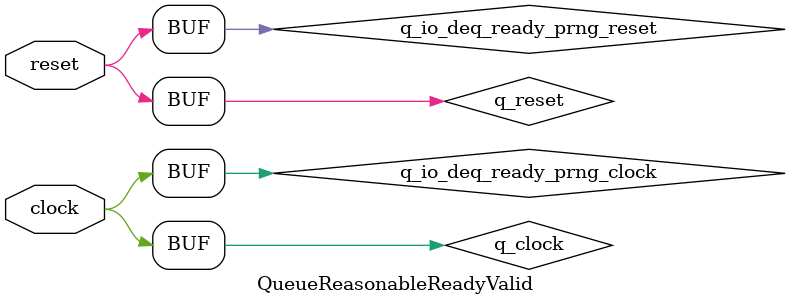
<source format=v>
module Queue(
  input        clock,
  input        reset,
  output       io_enq_ready,
  input        io_enq_valid,
  input        io_deq_ready,
  output       io_deq_valid,
  output [1:0] io_count
);
`ifdef RANDOMIZE_REG_INIT
  reg [31:0] _RAND_0;
  reg [31:0] _RAND_1;
  reg [31:0] _RAND_2;
`endif // RANDOMIZE_REG_INIT
  reg  enq_ptr_value; // @[Counter.scala 62:40]
  reg  deq_ptr_value; // @[Counter.scala 62:40]
  reg  maybe_full; // @[Decoupled.scala 262:27]
  wire  ptr_match = enq_ptr_value == deq_ptr_value; // @[Decoupled.scala 263:33]
  wire  empty = ptr_match & ~maybe_full; // @[Decoupled.scala 264:25]
  wire  full = ptr_match & maybe_full; // @[Decoupled.scala 265:24]
  wire  do_enq = io_enq_ready & io_enq_valid; // @[Decoupled.scala 50:35]
  wire  do_deq = io_deq_ready & io_deq_valid; // @[Decoupled.scala 50:35]
  wire  ptr_diff = enq_ptr_value - deq_ptr_value; // @[Decoupled.scala 312:32]
  wire [1:0] _io_count_T_1 = maybe_full & ptr_match ? 2'h2 : 2'h0; // @[Decoupled.scala 315:20]
  wire [1:0] _GEN_11 = {{1'd0}, ptr_diff}; // @[Decoupled.scala 315:62]
  assign io_enq_ready = ~full; // @[Decoupled.scala 289:19]
  assign io_deq_valid = ~empty; // @[Decoupled.scala 288:19]
  assign io_count = _io_count_T_1 | _GEN_11; // @[Decoupled.scala 315:62]
  always @(posedge clock) begin
    if (reset) begin // @[Counter.scala 62:40]
      enq_ptr_value <= 1'h0; // @[Counter.scala 62:40]
    end else if (do_enq) begin // @[Decoupled.scala 272:16]
      enq_ptr_value <= enq_ptr_value + 1'h1; // @[Counter.scala 78:15]
    end
    if (reset) begin // @[Counter.scala 62:40]
      deq_ptr_value <= 1'h0; // @[Counter.scala 62:40]
    end else if (do_deq) begin // @[Decoupled.scala 276:16]
      deq_ptr_value <= deq_ptr_value + 1'h1; // @[Counter.scala 78:15]
    end
    if (reset) begin // @[Decoupled.scala 262:27]
      maybe_full <= 1'h0; // @[Decoupled.scala 262:27]
    end else if (do_enq != do_deq) begin // @[Decoupled.scala 279:27]
      maybe_full <= do_enq; // @[Decoupled.scala 280:16]
    end
  end
// Register and memory initialization
`ifdef RANDOMIZE_GARBAGE_ASSIGN
`define RANDOMIZE
`endif
`ifdef RANDOMIZE_INVALID_ASSIGN
`define RANDOMIZE
`endif
`ifdef RANDOMIZE_REG_INIT
`define RANDOMIZE
`endif
`ifdef RANDOMIZE_MEM_INIT
`define RANDOMIZE
`endif
`ifndef RANDOM
`define RANDOM $random
`endif
`ifdef RANDOMIZE_MEM_INIT
  integer initvar;
`endif
`ifndef SYNTHESIS
`ifdef FIRRTL_BEFORE_INITIAL
`FIRRTL_BEFORE_INITIAL
`endif
initial begin
  `ifdef RANDOMIZE
    `ifdef INIT_RANDOM
      `INIT_RANDOM
    `endif
    `ifndef VERILATOR
      `ifdef RANDOMIZE_DELAY
        #`RANDOMIZE_DELAY begin end
      `else
        #0.002 begin end
      `endif
    `endif
`ifdef RANDOMIZE_REG_INIT
  _RAND_0 = {1{`RANDOM}};
  enq_ptr_value = _RAND_0[0:0];
  _RAND_1 = {1{`RANDOM}};
  deq_ptr_value = _RAND_1[0:0];
  _RAND_2 = {1{`RANDOM}};
  maybe_full = _RAND_2[0:0];
`endif // RANDOMIZE_REG_INIT
  `endif // RANDOMIZE
end // initial
`ifdef FIRRTL_AFTER_INITIAL
`FIRRTL_AFTER_INITIAL
`endif
`endif // SYNTHESIS
endmodule
module MaxPeriodFibonacciLFSR(
  input   clock,
  input   reset,
  output  io_out_0,
  output  io_out_1,
  output  io_out_2,
  output  io_out_3,
  output  io_out_4,
  output  io_out_5,
  output  io_out_6,
  output  io_out_7,
  output  io_out_8,
  output  io_out_9,
  output  io_out_10,
  output  io_out_11,
  output  io_out_12,
  output  io_out_13,
  output  io_out_14,
  output  io_out_15
);
`ifdef RANDOMIZE_REG_INIT
  reg [31:0] _RAND_0;
  reg [31:0] _RAND_1;
  reg [31:0] _RAND_2;
  reg [31:0] _RAND_3;
  reg [31:0] _RAND_4;
  reg [31:0] _RAND_5;
  reg [31:0] _RAND_6;
  reg [31:0] _RAND_7;
  reg [31:0] _RAND_8;
  reg [31:0] _RAND_9;
  reg [31:0] _RAND_10;
  reg [31:0] _RAND_11;
  reg [31:0] _RAND_12;
  reg [31:0] _RAND_13;
  reg [31:0] _RAND_14;
  reg [31:0] _RAND_15;
`endif // RANDOMIZE_REG_INIT
  reg  state_0; // @[PRNG.scala 55:49]
  reg  state_1; // @[PRNG.scala 55:49]
  reg  state_2; // @[PRNG.scala 55:49]
  reg  state_3; // @[PRNG.scala 55:49]
  reg  state_4; // @[PRNG.scala 55:49]
  reg  state_5; // @[PRNG.scala 55:49]
  reg  state_6; // @[PRNG.scala 55:49]
  reg  state_7; // @[PRNG.scala 55:49]
  reg  state_8; // @[PRNG.scala 55:49]
  reg  state_9; // @[PRNG.scala 55:49]
  reg  state_10; // @[PRNG.scala 55:49]
  reg  state_11; // @[PRNG.scala 55:49]
  reg  state_12; // @[PRNG.scala 55:49]
  reg  state_13; // @[PRNG.scala 55:49]
  reg  state_14; // @[PRNG.scala 55:49]
  reg  state_15; // @[PRNG.scala 55:49]
  wire  _T_2 = state_15 ^ state_13 ^ state_12 ^ state_10; // @[LFSR.scala 15:41]
  assign io_out_0 = state_0; // @[PRNG.scala 78:10]
  assign io_out_1 = state_1; // @[PRNG.scala 78:10]
  assign io_out_2 = state_2; // @[PRNG.scala 78:10]
  assign io_out_3 = state_3; // @[PRNG.scala 78:10]
  assign io_out_4 = state_4; // @[PRNG.scala 78:10]
  assign io_out_5 = state_5; // @[PRNG.scala 78:10]
  assign io_out_6 = state_6; // @[PRNG.scala 78:10]
  assign io_out_7 = state_7; // @[PRNG.scala 78:10]
  assign io_out_8 = state_8; // @[PRNG.scala 78:10]
  assign io_out_9 = state_9; // @[PRNG.scala 78:10]
  assign io_out_10 = state_10; // @[PRNG.scala 78:10]
  assign io_out_11 = state_11; // @[PRNG.scala 78:10]
  assign io_out_12 = state_12; // @[PRNG.scala 78:10]
  assign io_out_13 = state_13; // @[PRNG.scala 78:10]
  assign io_out_14 = state_14; // @[PRNG.scala 78:10]
  assign io_out_15 = state_15; // @[PRNG.scala 78:10]
  always @(posedge clock) begin
    state_0 <= reset | _T_2; // @[PRNG.scala 55:{49,49}]
    if (reset) begin // @[PRNG.scala 55:49]
      state_1 <= 1'h0; // @[PRNG.scala 55:49]
    end else begin
      state_1 <= state_0;
    end
    if (reset) begin // @[PRNG.scala 55:49]
      state_2 <= 1'h0; // @[PRNG.scala 55:49]
    end else begin
      state_2 <= state_1;
    end
    if (reset) begin // @[PRNG.scala 55:49]
      state_3 <= 1'h0; // @[PRNG.scala 55:49]
    end else begin
      state_3 <= state_2;
    end
    if (reset) begin // @[PRNG.scala 55:49]
      state_4 <= 1'h0; // @[PRNG.scala 55:49]
    end else begin
      state_4 <= state_3;
    end
    if (reset) begin // @[PRNG.scala 55:49]
      state_5 <= 1'h0; // @[PRNG.scala 55:49]
    end else begin
      state_5 <= state_4;
    end
    if (reset) begin // @[PRNG.scala 55:49]
      state_6 <= 1'h0; // @[PRNG.scala 55:49]
    end else begin
      state_6 <= state_5;
    end
    if (reset) begin // @[PRNG.scala 55:49]
      state_7 <= 1'h0; // @[PRNG.scala 55:49]
    end else begin
      state_7 <= state_6;
    end
    if (reset) begin // @[PRNG.scala 55:49]
      state_8 <= 1'h0; // @[PRNG.scala 55:49]
    end else begin
      state_8 <= state_7;
    end
    if (reset) begin // @[PRNG.scala 55:49]
      state_9 <= 1'h0; // @[PRNG.scala 55:49]
    end else begin
      state_9 <= state_8;
    end
    if (reset) begin // @[PRNG.scala 55:49]
      state_10 <= 1'h0; // @[PRNG.scala 55:49]
    end else begin
      state_10 <= state_9;
    end
    if (reset) begin // @[PRNG.scala 55:49]
      state_11 <= 1'h0; // @[PRNG.scala 55:49]
    end else begin
      state_11 <= state_10;
    end
    if (reset) begin // @[PRNG.scala 55:49]
      state_12 <= 1'h0; // @[PRNG.scala 55:49]
    end else begin
      state_12 <= state_11;
    end
    if (reset) begin // @[PRNG.scala 55:49]
      state_13 <= 1'h0; // @[PRNG.scala 55:49]
    end else begin
      state_13 <= state_12;
    end
    if (reset) begin // @[PRNG.scala 55:49]
      state_14 <= 1'h0; // @[PRNG.scala 55:49]
    end else begin
      state_14 <= state_13;
    end
    if (reset) begin // @[PRNG.scala 55:49]
      state_15 <= 1'h0; // @[PRNG.scala 55:49]
    end else begin
      state_15 <= state_14;
    end
  end
// Register and memory initialization
`ifdef RANDOMIZE_GARBAGE_ASSIGN
`define RANDOMIZE
`endif
`ifdef RANDOMIZE_INVALID_ASSIGN
`define RANDOMIZE
`endif
`ifdef RANDOMIZE_REG_INIT
`define RANDOMIZE
`endif
`ifdef RANDOMIZE_MEM_INIT
`define RANDOMIZE
`endif
`ifndef RANDOM
`define RANDOM $random
`endif
`ifdef RANDOMIZE_MEM_INIT
  integer initvar;
`endif
`ifndef SYNTHESIS
`ifdef FIRRTL_BEFORE_INITIAL
`FIRRTL_BEFORE_INITIAL
`endif
initial begin
  `ifdef RANDOMIZE
    `ifdef INIT_RANDOM
      `INIT_RANDOM
    `endif
    `ifndef VERILATOR
      `ifdef RANDOMIZE_DELAY
        #`RANDOMIZE_DELAY begin end
      `else
        #0.002 begin end
      `endif
    `endif
`ifdef RANDOMIZE_REG_INIT
  _RAND_0 = {1{`RANDOM}};
  state_0 = _RAND_0[0:0];
  _RAND_1 = {1{`RANDOM}};
  state_1 = _RAND_1[0:0];
  _RAND_2 = {1{`RANDOM}};
  state_2 = _RAND_2[0:0];
  _RAND_3 = {1{`RANDOM}};
  state_3 = _RAND_3[0:0];
  _RAND_4 = {1{`RANDOM}};
  state_4 = _RAND_4[0:0];
  _RAND_5 = {1{`RANDOM}};
  state_5 = _RAND_5[0:0];
  _RAND_6 = {1{`RANDOM}};
  state_6 = _RAND_6[0:0];
  _RAND_7 = {1{`RANDOM}};
  state_7 = _RAND_7[0:0];
  _RAND_8 = {1{`RANDOM}};
  state_8 = _RAND_8[0:0];
  _RAND_9 = {1{`RANDOM}};
  state_9 = _RAND_9[0:0];
  _RAND_10 = {1{`RANDOM}};
  state_10 = _RAND_10[0:0];
  _RAND_11 = {1{`RANDOM}};
  state_11 = _RAND_11[0:0];
  _RAND_12 = {1{`RANDOM}};
  state_12 = _RAND_12[0:0];
  _RAND_13 = {1{`RANDOM}};
  state_13 = _RAND_13[0:0];
  _RAND_14 = {1{`RANDOM}};
  state_14 = _RAND_14[0:0];
  _RAND_15 = {1{`RANDOM}};
  state_15 = _RAND_15[0:0];
`endif // RANDOMIZE_REG_INIT
  `endif // RANDOMIZE
end // initial
`ifdef FIRRTL_AFTER_INITIAL
`FIRRTL_AFTER_INITIAL
`endif
`endif // SYNTHESIS
endmodule
module QueueReasonableReadyValid(
  input   clock,
  input   reset
);
`ifdef RANDOMIZE_REG_INIT
  reg [31:0] _RAND_0;
  reg [31:0] _RAND_1;
`endif // RANDOMIZE_REG_INIT
  wire  q_clock; // @[QueueSpec.scala 46:17]
  wire  q_reset; // @[QueueSpec.scala 46:17]
  wire  q_io_enq_ready; // @[QueueSpec.scala 46:17]
  wire  q_io_enq_valid; // @[QueueSpec.scala 46:17]
  wire  q_io_deq_ready; // @[QueueSpec.scala 46:17]
  wire  q_io_deq_valid; // @[QueueSpec.scala 46:17]
  wire [1:0] q_io_count; // @[QueueSpec.scala 46:17]
  wire  q_io_deq_ready_prng_clock; // @[PRNG.scala 91:22]
  wire  q_io_deq_ready_prng_reset; // @[PRNG.scala 91:22]
  wire  q_io_deq_ready_prng_io_out_0; // @[PRNG.scala 91:22]
  wire  q_io_deq_ready_prng_io_out_1; // @[PRNG.scala 91:22]
  wire  q_io_deq_ready_prng_io_out_2; // @[PRNG.scala 91:22]
  wire  q_io_deq_ready_prng_io_out_3; // @[PRNG.scala 91:22]
  wire  q_io_deq_ready_prng_io_out_4; // @[PRNG.scala 91:22]
  wire  q_io_deq_ready_prng_io_out_5; // @[PRNG.scala 91:22]
  wire  q_io_deq_ready_prng_io_out_6; // @[PRNG.scala 91:22]
  wire  q_io_deq_ready_prng_io_out_7; // @[PRNG.scala 91:22]
  wire  q_io_deq_ready_prng_io_out_8; // @[PRNG.scala 91:22]
  wire  q_io_deq_ready_prng_io_out_9; // @[PRNG.scala 91:22]
  wire  q_io_deq_ready_prng_io_out_10; // @[PRNG.scala 91:22]
  wire  q_io_deq_ready_prng_io_out_11; // @[PRNG.scala 91:22]
  wire  q_io_deq_ready_prng_io_out_12; // @[PRNG.scala 91:22]
  wire  q_io_deq_ready_prng_io_out_13; // @[PRNG.scala 91:22]
  wire  q_io_deq_ready_prng_io_out_14; // @[PRNG.scala 91:22]
  wire  q_io_deq_ready_prng_io_out_15; // @[PRNG.scala 91:22]
  reg [4:0] value; // @[Counter.scala 62:40]
  reg [4:0] value_1; // @[Counter.scala 62:40]
  wire  _T_3 = ~reset; // @[QueueSpec.scala 55:9]
  wire [7:0] q_io_deq_ready_lo = {q_io_deq_ready_prng_io_out_7,q_io_deq_ready_prng_io_out_6,q_io_deq_ready_prng_io_out_5
    ,q_io_deq_ready_prng_io_out_4,q_io_deq_ready_prng_io_out_3,q_io_deq_ready_prng_io_out_2,q_io_deq_ready_prng_io_out_1
    ,q_io_deq_ready_prng_io_out_0}; // @[PRNG.scala 95:17]
  wire [15:0] _q_io_deq_ready_T = {q_io_deq_ready_prng_io_out_15,q_io_deq_ready_prng_io_out_14,
    q_io_deq_ready_prng_io_out_13,q_io_deq_ready_prng_io_out_12,q_io_deq_ready_prng_io_out_11,
    q_io_deq_ready_prng_io_out_10,q_io_deq_ready_prng_io_out_9,q_io_deq_ready_prng_io_out_8,q_io_deq_ready_lo}; // @[PRNG.scala 95:17]
  wire  _T_10 = q_io_enq_ready & q_io_enq_valid; // @[Decoupled.scala 50:35]
  wire  wrap = value == 5'h14; // @[Counter.scala 74:24]
  wire [4:0] _value_T_1 = value + 5'h1; // @[Counter.scala 78:24]
  wire  _T_11 = q_io_deq_ready & q_io_deq_valid; // @[Decoupled.scala 50:35]
  wire  wrap_1 = value_1 == 5'h14; // @[Counter.scala 74:24]
  wire [4:0] _value_T_3 = value_1 + 5'h1; // @[Counter.scala 78:24]
  Queue q ( // @[QueueSpec.scala 46:17]
    .clock(q_clock),
    .reset(q_reset),
    .io_enq_ready(q_io_enq_ready),
    .io_enq_valid(q_io_enq_valid),
    .io_deq_ready(q_io_deq_ready),
    .io_deq_valid(q_io_deq_valid),
    .io_count(q_io_count)
  );
  MaxPeriodFibonacciLFSR q_io_deq_ready_prng ( // @[PRNG.scala 91:22]
    .clock(q_io_deq_ready_prng_clock),
    .reset(q_io_deq_ready_prng_reset),
    .io_out_0(q_io_deq_ready_prng_io_out_0),
    .io_out_1(q_io_deq_ready_prng_io_out_1),
    .io_out_2(q_io_deq_ready_prng_io_out_2),
    .io_out_3(q_io_deq_ready_prng_io_out_3),
    .io_out_4(q_io_deq_ready_prng_io_out_4),
    .io_out_5(q_io_deq_ready_prng_io_out_5),
    .io_out_6(q_io_deq_ready_prng_io_out_6),
    .io_out_7(q_io_deq_ready_prng_io_out_7),
    .io_out_8(q_io_deq_ready_prng_io_out_8),
    .io_out_9(q_io_deq_ready_prng_io_out_9),
    .io_out_10(q_io_deq_ready_prng_io_out_10),
    .io_out_11(q_io_deq_ready_prng_io_out_11),
    .io_out_12(q_io_deq_ready_prng_io_out_12),
    .io_out_13(q_io_deq_ready_prng_io_out_13),
    .io_out_14(q_io_deq_ready_prng_io_out_14),
    .io_out_15(q_io_deq_ready_prng_io_out_15)
  );
  assign q_clock = clock;
  assign q_reset = reset;
  assign q_io_enq_valid = value < 5'h14; // @[QueueSpec.scala 53:34]
  assign q_io_deq_ready = _q_io_deq_ready_T[15]; // @[QueueSpec.scala 57:29]
  assign q_io_deq_ready_prng_clock = clock;
  assign q_io_deq_ready_prng_reset = reset;
  always @(posedge clock) begin
    if (reset) begin // @[Counter.scala 62:40]
      value <= 5'h0; // @[Counter.scala 62:40]
    end else if (_T_10) begin // @[QueueSpec.scala 62:23]
      if (wrap) begin // @[Counter.scala 88:20]
        value <= 5'h0; // @[Counter.scala 88:28]
      end else begin
        value <= _value_T_1; // @[Counter.scala 78:15]
      end
    end
    if (reset) begin // @[Counter.scala 62:40]
      value_1 <= 5'h0; // @[Counter.scala 62:40]
    end else if (_T_11) begin // @[QueueSpec.scala 65:23]
      if (wrap_1) begin // @[Counter.scala 88:20]
        value_1 <= 5'h0; // @[Counter.scala 88:28]
      end else begin
        value_1 <= _value_T_3; // @[Counter.scala 78:15]
      end
    end
    `ifndef SYNTHESIS
    `ifdef STOP_COND
      if (`STOP_COND) begin
    `endif
        if (~reset & ~(q_io_enq_ready | q_io_count == 2'h2)) begin
          $fatal; // @[QueueSpec.scala 55:9]
        end
    `ifdef STOP_COND
      end
    `endif
    `endif // SYNTHESIS
    `ifndef SYNTHESIS
    `ifdef PRINTF_COND
      if (`PRINTF_COND) begin
    `endif
        if (~reset & ~(q_io_enq_ready | q_io_count == 2'h2)) begin
          $fwrite(32'h80000002,
            "Assertion failed\n    at QueueSpec.scala:55 assert(q.io.enq.ready || q.io.count === queueDepth.U)\n"); // @[QueueSpec.scala 55:9]
        end
    `ifdef PRINTF_COND
      end
    `endif
    `endif // SYNTHESIS
    `ifndef SYNTHESIS
    `ifdef STOP_COND
      if (`STOP_COND) begin
    `endif
        if (_T_3 & ~(q_io_deq_valid | q_io_count == 2'h0)) begin
          $fatal; // @[QueueSpec.scala 59:9]
        end
    `ifdef STOP_COND
      end
    `endif
    `endif // SYNTHESIS
    `ifndef SYNTHESIS
    `ifdef PRINTF_COND
      if (`PRINTF_COND) begin
    `endif
        if (_T_3 & ~(q_io_deq_valid | q_io_count == 2'h0)) begin
          $fwrite(32'h80000002,
            "Assertion failed\n    at QueueSpec.scala:59 assert(q.io.deq.valid || q.io.count === 0.U)\n"); // @[QueueSpec.scala 59:9]
        end
    `ifdef PRINTF_COND
      end
    `endif
    `endif // SYNTHESIS
    `ifndef SYNTHESIS
    `ifdef STOP_COND
      if (`STOP_COND) begin
    `endif
        if (wrap_1 & _T_3) begin
          $finish; // @[QueueSpec.scala 69:9]
        end
    `ifdef STOP_COND
      end
    `endif
    `endif // SYNTHESIS
  end
// Register and memory initialization
`ifdef RANDOMIZE_GARBAGE_ASSIGN
`define RANDOMIZE
`endif
`ifdef RANDOMIZE_INVALID_ASSIGN
`define RANDOMIZE
`endif
`ifdef RANDOMIZE_REG_INIT
`define RANDOMIZE
`endif
`ifdef RANDOMIZE_MEM_INIT
`define RANDOMIZE
`endif
`ifndef RANDOM
`define RANDOM $random
`endif
`ifdef RANDOMIZE_MEM_INIT
  integer initvar;
`endif
`ifndef SYNTHESIS
`ifdef FIRRTL_BEFORE_INITIAL
`FIRRTL_BEFORE_INITIAL
`endif
initial begin
  `ifdef RANDOMIZE
    `ifdef INIT_RANDOM
      `INIT_RANDOM
    `endif
    `ifndef VERILATOR
      `ifdef RANDOMIZE_DELAY
        #`RANDOMIZE_DELAY begin end
      `else
        #0.002 begin end
      `endif
    `endif
`ifdef RANDOMIZE_REG_INIT
  _RAND_0 = {1{`RANDOM}};
  value = _RAND_0[4:0];
  _RAND_1 = {1{`RANDOM}};
  value_1 = _RAND_1[4:0];
`endif // RANDOMIZE_REG_INIT
  `endif // RANDOMIZE
end // initial
`ifdef FIRRTL_AFTER_INITIAL
`FIRRTL_AFTER_INITIAL
`endif
`endif // SYNTHESIS
endmodule

</source>
